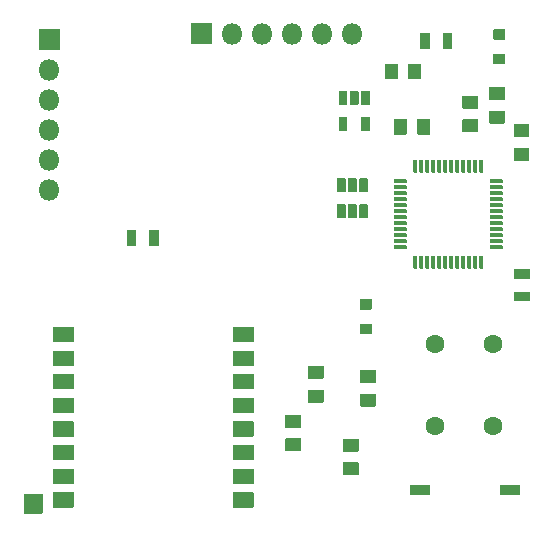
<source format=gbs>
G04 #@! TF.GenerationSoftware,KiCad,Pcbnew,5.1.7-a382d34a8~88~ubuntu18.04.1*
G04 #@! TF.CreationDate,2021-07-31T18:48:42+05:30*
G04 #@! TF.ProjectId,FrontEnd_HeavyDevice_v1,46726f6e-7445-46e6-945f-486561767944,rev?*
G04 #@! TF.SameCoordinates,Original*
G04 #@! TF.FileFunction,Soldermask,Bot*
G04 #@! TF.FilePolarity,Negative*
%FSLAX46Y46*%
G04 Gerber Fmt 4.6, Leading zero omitted, Abs format (unit mm)*
G04 Created by KiCad (PCBNEW 5.1.7-a382d34a8~88~ubuntu18.04.1) date 2021-07-31 18:48:42*
%MOMM*%
%LPD*%
G01*
G04 APERTURE LIST*
%ADD10O,1.800000X1.800000*%
%ADD11C,1.600000*%
G04 APERTURE END LIST*
D10*
X124240000Y-77890000D03*
X121700000Y-77890000D03*
X119160000Y-77890000D03*
X116620000Y-77890000D03*
X114080000Y-77890000D03*
G36*
G01*
X110690000Y-76990000D02*
X112390000Y-76990000D01*
G75*
G02*
X112440000Y-77040000I0J-50000D01*
G01*
X112440000Y-78740000D01*
G75*
G02*
X112390000Y-78790000I-50000J0D01*
G01*
X110690000Y-78790000D01*
G75*
G02*
X110640000Y-78740000I0J50000D01*
G01*
X110640000Y-77040000D01*
G75*
G02*
X110690000Y-76990000I50000J0D01*
G01*
G37*
G36*
G01*
X99523100Y-77549600D02*
X99523100Y-79249600D01*
G75*
G02*
X99473100Y-79299600I-50000J0D01*
G01*
X97773100Y-79299600D01*
G75*
G02*
X97723100Y-79249600I0J50000D01*
G01*
X97723100Y-77549600D01*
G75*
G02*
X97773100Y-77499600I50000J0D01*
G01*
X99473100Y-77499600D01*
G75*
G02*
X99523100Y-77549600I0J-50000D01*
G01*
G37*
X98623100Y-80939600D03*
X98623100Y-83479600D03*
X98623100Y-86019600D03*
X98623100Y-88559600D03*
X98623100Y-91099600D03*
G36*
G01*
X136964000Y-91043700D02*
X135964000Y-91043700D01*
G75*
G02*
X135914000Y-90993700I0J50000D01*
G01*
X135914000Y-90763700D01*
G75*
G02*
X135964000Y-90713700I50000J0D01*
G01*
X136964000Y-90713700D01*
G75*
G02*
X137014000Y-90763700I0J-50000D01*
G01*
X137014000Y-90993700D01*
G75*
G02*
X136964000Y-91043700I-50000J0D01*
G01*
G37*
G36*
G01*
X135309000Y-97778700D02*
X135079000Y-97778700D01*
G75*
G02*
X135029000Y-97728700I0J50000D01*
G01*
X135029000Y-96728700D01*
G75*
G02*
X135079000Y-96678700I50000J0D01*
G01*
X135309000Y-96678700D01*
G75*
G02*
X135359000Y-96728700I0J-50000D01*
G01*
X135359000Y-97728700D01*
G75*
G02*
X135309000Y-97778700I-50000J0D01*
G01*
G37*
G36*
G01*
X134801000Y-97778700D02*
X134571000Y-97778700D01*
G75*
G02*
X134521000Y-97728700I0J50000D01*
G01*
X134521000Y-96728700D01*
G75*
G02*
X134571000Y-96678700I50000J0D01*
G01*
X134801000Y-96678700D01*
G75*
G02*
X134851000Y-96728700I0J-50000D01*
G01*
X134851000Y-97728700D01*
G75*
G02*
X134801000Y-97778700I-50000J0D01*
G01*
G37*
G36*
G01*
X134293000Y-97778700D02*
X134063000Y-97778700D01*
G75*
G02*
X134013000Y-97728700I0J50000D01*
G01*
X134013000Y-96728700D01*
G75*
G02*
X134063000Y-96678700I50000J0D01*
G01*
X134293000Y-96678700D01*
G75*
G02*
X134343000Y-96728700I0J-50000D01*
G01*
X134343000Y-97728700D01*
G75*
G02*
X134293000Y-97778700I-50000J0D01*
G01*
G37*
G36*
G01*
X133785000Y-97778700D02*
X133555000Y-97778700D01*
G75*
G02*
X133505000Y-97728700I0J50000D01*
G01*
X133505000Y-96728700D01*
G75*
G02*
X133555000Y-96678700I50000J0D01*
G01*
X133785000Y-96678700D01*
G75*
G02*
X133835000Y-96728700I0J-50000D01*
G01*
X133835000Y-97728700D01*
G75*
G02*
X133785000Y-97778700I-50000J0D01*
G01*
G37*
G36*
G01*
X133277000Y-97778700D02*
X133047000Y-97778700D01*
G75*
G02*
X132997000Y-97728700I0J50000D01*
G01*
X132997000Y-96728700D01*
G75*
G02*
X133047000Y-96678700I50000J0D01*
G01*
X133277000Y-96678700D01*
G75*
G02*
X133327000Y-96728700I0J-50000D01*
G01*
X133327000Y-97728700D01*
G75*
G02*
X133277000Y-97778700I-50000J0D01*
G01*
G37*
G36*
G01*
X132769000Y-97778700D02*
X132539000Y-97778700D01*
G75*
G02*
X132489000Y-97728700I0J50000D01*
G01*
X132489000Y-96728700D01*
G75*
G02*
X132539000Y-96678700I50000J0D01*
G01*
X132769000Y-96678700D01*
G75*
G02*
X132819000Y-96728700I0J-50000D01*
G01*
X132819000Y-97728700D01*
G75*
G02*
X132769000Y-97778700I-50000J0D01*
G01*
G37*
G36*
G01*
X132261000Y-97778700D02*
X132031000Y-97778700D01*
G75*
G02*
X131981000Y-97728700I0J50000D01*
G01*
X131981000Y-96728700D01*
G75*
G02*
X132031000Y-96678700I50000J0D01*
G01*
X132261000Y-96678700D01*
G75*
G02*
X132311000Y-96728700I0J-50000D01*
G01*
X132311000Y-97728700D01*
G75*
G02*
X132261000Y-97778700I-50000J0D01*
G01*
G37*
G36*
G01*
X131753000Y-97778700D02*
X131523000Y-97778700D01*
G75*
G02*
X131473000Y-97728700I0J50000D01*
G01*
X131473000Y-96728700D01*
G75*
G02*
X131523000Y-96678700I50000J0D01*
G01*
X131753000Y-96678700D01*
G75*
G02*
X131803000Y-96728700I0J-50000D01*
G01*
X131803000Y-97728700D01*
G75*
G02*
X131753000Y-97778700I-50000J0D01*
G01*
G37*
G36*
G01*
X131245000Y-97778700D02*
X131015000Y-97778700D01*
G75*
G02*
X130965000Y-97728700I0J50000D01*
G01*
X130965000Y-96728700D01*
G75*
G02*
X131015000Y-96678700I50000J0D01*
G01*
X131245000Y-96678700D01*
G75*
G02*
X131295000Y-96728700I0J-50000D01*
G01*
X131295000Y-97728700D01*
G75*
G02*
X131245000Y-97778700I-50000J0D01*
G01*
G37*
G36*
G01*
X130737000Y-97778700D02*
X130507000Y-97778700D01*
G75*
G02*
X130457000Y-97728700I0J50000D01*
G01*
X130457000Y-96728700D01*
G75*
G02*
X130507000Y-96678700I50000J0D01*
G01*
X130737000Y-96678700D01*
G75*
G02*
X130787000Y-96728700I0J-50000D01*
G01*
X130787000Y-97728700D01*
G75*
G02*
X130737000Y-97778700I-50000J0D01*
G01*
G37*
G36*
G01*
X130229000Y-97778700D02*
X129999000Y-97778700D01*
G75*
G02*
X129949000Y-97728700I0J50000D01*
G01*
X129949000Y-96728700D01*
G75*
G02*
X129999000Y-96678700I50000J0D01*
G01*
X130229000Y-96678700D01*
G75*
G02*
X130279000Y-96728700I0J-50000D01*
G01*
X130279000Y-97728700D01*
G75*
G02*
X130229000Y-97778700I-50000J0D01*
G01*
G37*
G36*
G01*
X129721000Y-97778700D02*
X129491000Y-97778700D01*
G75*
G02*
X129441000Y-97728700I0J50000D01*
G01*
X129441000Y-96728700D01*
G75*
G02*
X129491000Y-96678700I50000J0D01*
G01*
X129721000Y-96678700D01*
G75*
G02*
X129771000Y-96728700I0J-50000D01*
G01*
X129771000Y-97728700D01*
G75*
G02*
X129721000Y-97778700I-50000J0D01*
G01*
G37*
G36*
G01*
X128836000Y-96123700D02*
X127836000Y-96123700D01*
G75*
G02*
X127786000Y-96073700I0J50000D01*
G01*
X127786000Y-95843700D01*
G75*
G02*
X127836000Y-95793700I50000J0D01*
G01*
X128836000Y-95793700D01*
G75*
G02*
X128886000Y-95843700I0J-50000D01*
G01*
X128886000Y-96073700D01*
G75*
G02*
X128836000Y-96123700I-50000J0D01*
G01*
G37*
G36*
G01*
X128836000Y-95615700D02*
X127836000Y-95615700D01*
G75*
G02*
X127786000Y-95565700I0J50000D01*
G01*
X127786000Y-95335700D01*
G75*
G02*
X127836000Y-95285700I50000J0D01*
G01*
X128836000Y-95285700D01*
G75*
G02*
X128886000Y-95335700I0J-50000D01*
G01*
X128886000Y-95565700D01*
G75*
G02*
X128836000Y-95615700I-50000J0D01*
G01*
G37*
G36*
G01*
X128836000Y-94599700D02*
X127836000Y-94599700D01*
G75*
G02*
X127786000Y-94549700I0J50000D01*
G01*
X127786000Y-94319700D01*
G75*
G02*
X127836000Y-94269700I50000J0D01*
G01*
X128836000Y-94269700D01*
G75*
G02*
X128886000Y-94319700I0J-50000D01*
G01*
X128886000Y-94549700D01*
G75*
G02*
X128836000Y-94599700I-50000J0D01*
G01*
G37*
G36*
G01*
X128836000Y-94091700D02*
X127836000Y-94091700D01*
G75*
G02*
X127786000Y-94041700I0J50000D01*
G01*
X127786000Y-93811700D01*
G75*
G02*
X127836000Y-93761700I50000J0D01*
G01*
X128836000Y-93761700D01*
G75*
G02*
X128886000Y-93811700I0J-50000D01*
G01*
X128886000Y-94041700D01*
G75*
G02*
X128836000Y-94091700I-50000J0D01*
G01*
G37*
G36*
G01*
X128836000Y-93583700D02*
X127836000Y-93583700D01*
G75*
G02*
X127786000Y-93533700I0J50000D01*
G01*
X127786000Y-93303700D01*
G75*
G02*
X127836000Y-93253700I50000J0D01*
G01*
X128836000Y-93253700D01*
G75*
G02*
X128886000Y-93303700I0J-50000D01*
G01*
X128886000Y-93533700D01*
G75*
G02*
X128836000Y-93583700I-50000J0D01*
G01*
G37*
G36*
G01*
X128836000Y-93075700D02*
X127836000Y-93075700D01*
G75*
G02*
X127786000Y-93025700I0J50000D01*
G01*
X127786000Y-92795700D01*
G75*
G02*
X127836000Y-92745700I50000J0D01*
G01*
X128836000Y-92745700D01*
G75*
G02*
X128886000Y-92795700I0J-50000D01*
G01*
X128886000Y-93025700D01*
G75*
G02*
X128836000Y-93075700I-50000J0D01*
G01*
G37*
G36*
G01*
X128836000Y-92567700D02*
X127836000Y-92567700D01*
G75*
G02*
X127786000Y-92517700I0J50000D01*
G01*
X127786000Y-92287700D01*
G75*
G02*
X127836000Y-92237700I50000J0D01*
G01*
X128836000Y-92237700D01*
G75*
G02*
X128886000Y-92287700I0J-50000D01*
G01*
X128886000Y-92517700D01*
G75*
G02*
X128836000Y-92567700I-50000J0D01*
G01*
G37*
G36*
G01*
X128836000Y-92059700D02*
X127836000Y-92059700D01*
G75*
G02*
X127786000Y-92009700I0J50000D01*
G01*
X127786000Y-91779700D01*
G75*
G02*
X127836000Y-91729700I50000J0D01*
G01*
X128836000Y-91729700D01*
G75*
G02*
X128886000Y-91779700I0J-50000D01*
G01*
X128886000Y-92009700D01*
G75*
G02*
X128836000Y-92059700I-50000J0D01*
G01*
G37*
G36*
G01*
X128836000Y-91551700D02*
X127836000Y-91551700D01*
G75*
G02*
X127786000Y-91501700I0J50000D01*
G01*
X127786000Y-91271700D01*
G75*
G02*
X127836000Y-91221700I50000J0D01*
G01*
X128836000Y-91221700D01*
G75*
G02*
X128886000Y-91271700I0J-50000D01*
G01*
X128886000Y-91501700D01*
G75*
G02*
X128836000Y-91551700I-50000J0D01*
G01*
G37*
G36*
G01*
X128836000Y-91043700D02*
X127836000Y-91043700D01*
G75*
G02*
X127786000Y-90993700I0J50000D01*
G01*
X127786000Y-90763700D01*
G75*
G02*
X127836000Y-90713700I50000J0D01*
G01*
X128836000Y-90713700D01*
G75*
G02*
X128886000Y-90763700I0J-50000D01*
G01*
X128886000Y-90993700D01*
G75*
G02*
X128836000Y-91043700I-50000J0D01*
G01*
G37*
G36*
G01*
X128836000Y-90535700D02*
X127836000Y-90535700D01*
G75*
G02*
X127786000Y-90485700I0J50000D01*
G01*
X127786000Y-90255700D01*
G75*
G02*
X127836000Y-90205700I50000J0D01*
G01*
X128836000Y-90205700D01*
G75*
G02*
X128886000Y-90255700I0J-50000D01*
G01*
X128886000Y-90485700D01*
G75*
G02*
X128836000Y-90535700I-50000J0D01*
G01*
G37*
G36*
G01*
X130229000Y-89650700D02*
X129999000Y-89650700D01*
G75*
G02*
X129949000Y-89600700I0J50000D01*
G01*
X129949000Y-88600700D01*
G75*
G02*
X129999000Y-88550700I50000J0D01*
G01*
X130229000Y-88550700D01*
G75*
G02*
X130279000Y-88600700I0J-50000D01*
G01*
X130279000Y-89600700D01*
G75*
G02*
X130229000Y-89650700I-50000J0D01*
G01*
G37*
G36*
G01*
X130737000Y-89650700D02*
X130507000Y-89650700D01*
G75*
G02*
X130457000Y-89600700I0J50000D01*
G01*
X130457000Y-88600700D01*
G75*
G02*
X130507000Y-88550700I50000J0D01*
G01*
X130737000Y-88550700D01*
G75*
G02*
X130787000Y-88600700I0J-50000D01*
G01*
X130787000Y-89600700D01*
G75*
G02*
X130737000Y-89650700I-50000J0D01*
G01*
G37*
G36*
G01*
X131245000Y-89650700D02*
X131015000Y-89650700D01*
G75*
G02*
X130965000Y-89600700I0J50000D01*
G01*
X130965000Y-88600700D01*
G75*
G02*
X131015000Y-88550700I50000J0D01*
G01*
X131245000Y-88550700D01*
G75*
G02*
X131295000Y-88600700I0J-50000D01*
G01*
X131295000Y-89600700D01*
G75*
G02*
X131245000Y-89650700I-50000J0D01*
G01*
G37*
G36*
G01*
X131753000Y-89650700D02*
X131523000Y-89650700D01*
G75*
G02*
X131473000Y-89600700I0J50000D01*
G01*
X131473000Y-88600700D01*
G75*
G02*
X131523000Y-88550700I50000J0D01*
G01*
X131753000Y-88550700D01*
G75*
G02*
X131803000Y-88600700I0J-50000D01*
G01*
X131803000Y-89600700D01*
G75*
G02*
X131753000Y-89650700I-50000J0D01*
G01*
G37*
G36*
G01*
X132261000Y-89650700D02*
X132031000Y-89650700D01*
G75*
G02*
X131981000Y-89600700I0J50000D01*
G01*
X131981000Y-88600700D01*
G75*
G02*
X132031000Y-88550700I50000J0D01*
G01*
X132261000Y-88550700D01*
G75*
G02*
X132311000Y-88600700I0J-50000D01*
G01*
X132311000Y-89600700D01*
G75*
G02*
X132261000Y-89650700I-50000J0D01*
G01*
G37*
G36*
G01*
X132769000Y-89650700D02*
X132539000Y-89650700D01*
G75*
G02*
X132489000Y-89600700I0J50000D01*
G01*
X132489000Y-88600700D01*
G75*
G02*
X132539000Y-88550700I50000J0D01*
G01*
X132769000Y-88550700D01*
G75*
G02*
X132819000Y-88600700I0J-50000D01*
G01*
X132819000Y-89600700D01*
G75*
G02*
X132769000Y-89650700I-50000J0D01*
G01*
G37*
G36*
G01*
X133277000Y-89650700D02*
X133047000Y-89650700D01*
G75*
G02*
X132997000Y-89600700I0J50000D01*
G01*
X132997000Y-88600700D01*
G75*
G02*
X133047000Y-88550700I50000J0D01*
G01*
X133277000Y-88550700D01*
G75*
G02*
X133327000Y-88600700I0J-50000D01*
G01*
X133327000Y-89600700D01*
G75*
G02*
X133277000Y-89650700I-50000J0D01*
G01*
G37*
G36*
G01*
X133785000Y-89650700D02*
X133555000Y-89650700D01*
G75*
G02*
X133505000Y-89600700I0J50000D01*
G01*
X133505000Y-88600700D01*
G75*
G02*
X133555000Y-88550700I50000J0D01*
G01*
X133785000Y-88550700D01*
G75*
G02*
X133835000Y-88600700I0J-50000D01*
G01*
X133835000Y-89600700D01*
G75*
G02*
X133785000Y-89650700I-50000J0D01*
G01*
G37*
G36*
G01*
X134293000Y-89650700D02*
X134063000Y-89650700D01*
G75*
G02*
X134013000Y-89600700I0J50000D01*
G01*
X134013000Y-88600700D01*
G75*
G02*
X134063000Y-88550700I50000J0D01*
G01*
X134293000Y-88550700D01*
G75*
G02*
X134343000Y-88600700I0J-50000D01*
G01*
X134343000Y-89600700D01*
G75*
G02*
X134293000Y-89650700I-50000J0D01*
G01*
G37*
G36*
G01*
X134801000Y-89650700D02*
X134571000Y-89650700D01*
G75*
G02*
X134521000Y-89600700I0J50000D01*
G01*
X134521000Y-88600700D01*
G75*
G02*
X134571000Y-88550700I50000J0D01*
G01*
X134801000Y-88550700D01*
G75*
G02*
X134851000Y-88600700I0J-50000D01*
G01*
X134851000Y-89600700D01*
G75*
G02*
X134801000Y-89650700I-50000J0D01*
G01*
G37*
G36*
G01*
X135309000Y-89650700D02*
X135079000Y-89650700D01*
G75*
G02*
X135029000Y-89600700I0J50000D01*
G01*
X135029000Y-88600700D01*
G75*
G02*
X135079000Y-88550700I50000J0D01*
G01*
X135309000Y-88550700D01*
G75*
G02*
X135359000Y-88600700I0J-50000D01*
G01*
X135359000Y-89600700D01*
G75*
G02*
X135309000Y-89650700I-50000J0D01*
G01*
G37*
G36*
G01*
X136964000Y-90535700D02*
X135964000Y-90535700D01*
G75*
G02*
X135914000Y-90485700I0J50000D01*
G01*
X135914000Y-90255700D01*
G75*
G02*
X135964000Y-90205700I50000J0D01*
G01*
X136964000Y-90205700D01*
G75*
G02*
X137014000Y-90255700I0J-50000D01*
G01*
X137014000Y-90485700D01*
G75*
G02*
X136964000Y-90535700I-50000J0D01*
G01*
G37*
G36*
G01*
X136964000Y-91551700D02*
X135964000Y-91551700D01*
G75*
G02*
X135914000Y-91501700I0J50000D01*
G01*
X135914000Y-91271700D01*
G75*
G02*
X135964000Y-91221700I50000J0D01*
G01*
X136964000Y-91221700D01*
G75*
G02*
X137014000Y-91271700I0J-50000D01*
G01*
X137014000Y-91501700D01*
G75*
G02*
X136964000Y-91551700I-50000J0D01*
G01*
G37*
G36*
G01*
X136964000Y-92059700D02*
X135964000Y-92059700D01*
G75*
G02*
X135914000Y-92009700I0J50000D01*
G01*
X135914000Y-91779700D01*
G75*
G02*
X135964000Y-91729700I50000J0D01*
G01*
X136964000Y-91729700D01*
G75*
G02*
X137014000Y-91779700I0J-50000D01*
G01*
X137014000Y-92009700D01*
G75*
G02*
X136964000Y-92059700I-50000J0D01*
G01*
G37*
G36*
G01*
X136964000Y-92567700D02*
X135964000Y-92567700D01*
G75*
G02*
X135914000Y-92517700I0J50000D01*
G01*
X135914000Y-92287700D01*
G75*
G02*
X135964000Y-92237700I50000J0D01*
G01*
X136964000Y-92237700D01*
G75*
G02*
X137014000Y-92287700I0J-50000D01*
G01*
X137014000Y-92517700D01*
G75*
G02*
X136964000Y-92567700I-50000J0D01*
G01*
G37*
G36*
G01*
X136964000Y-93075700D02*
X135964000Y-93075700D01*
G75*
G02*
X135914000Y-93025700I0J50000D01*
G01*
X135914000Y-92795700D01*
G75*
G02*
X135964000Y-92745700I50000J0D01*
G01*
X136964000Y-92745700D01*
G75*
G02*
X137014000Y-92795700I0J-50000D01*
G01*
X137014000Y-93025700D01*
G75*
G02*
X136964000Y-93075700I-50000J0D01*
G01*
G37*
G36*
G01*
X136964000Y-93583700D02*
X135964000Y-93583700D01*
G75*
G02*
X135914000Y-93533700I0J50000D01*
G01*
X135914000Y-93303700D01*
G75*
G02*
X135964000Y-93253700I50000J0D01*
G01*
X136964000Y-93253700D01*
G75*
G02*
X137014000Y-93303700I0J-50000D01*
G01*
X137014000Y-93533700D01*
G75*
G02*
X136964000Y-93583700I-50000J0D01*
G01*
G37*
G36*
G01*
X136964000Y-94091700D02*
X135964000Y-94091700D01*
G75*
G02*
X135914000Y-94041700I0J50000D01*
G01*
X135914000Y-93811700D01*
G75*
G02*
X135964000Y-93761700I50000J0D01*
G01*
X136964000Y-93761700D01*
G75*
G02*
X137014000Y-93811700I0J-50000D01*
G01*
X137014000Y-94041700D01*
G75*
G02*
X136964000Y-94091700I-50000J0D01*
G01*
G37*
G36*
G01*
X136964000Y-94599700D02*
X135964000Y-94599700D01*
G75*
G02*
X135914000Y-94549700I0J50000D01*
G01*
X135914000Y-94319700D01*
G75*
G02*
X135964000Y-94269700I50000J0D01*
G01*
X136964000Y-94269700D01*
G75*
G02*
X137014000Y-94319700I0J-50000D01*
G01*
X137014000Y-94549700D01*
G75*
G02*
X136964000Y-94599700I-50000J0D01*
G01*
G37*
G36*
G01*
X136964000Y-95107700D02*
X135964000Y-95107700D01*
G75*
G02*
X135914000Y-95057700I0J50000D01*
G01*
X135914000Y-94827700D01*
G75*
G02*
X135964000Y-94777700I50000J0D01*
G01*
X136964000Y-94777700D01*
G75*
G02*
X137014000Y-94827700I0J-50000D01*
G01*
X137014000Y-95057700D01*
G75*
G02*
X136964000Y-95107700I-50000J0D01*
G01*
G37*
G36*
G01*
X136964000Y-95615700D02*
X135964000Y-95615700D01*
G75*
G02*
X135914000Y-95565700I0J50000D01*
G01*
X135914000Y-95335700D01*
G75*
G02*
X135964000Y-95285700I50000J0D01*
G01*
X136964000Y-95285700D01*
G75*
G02*
X137014000Y-95335700I0J-50000D01*
G01*
X137014000Y-95565700D01*
G75*
G02*
X136964000Y-95615700I-50000J0D01*
G01*
G37*
G36*
G01*
X136964000Y-96123700D02*
X135964000Y-96123700D01*
G75*
G02*
X135914000Y-96073700I0J50000D01*
G01*
X135914000Y-95843700D01*
G75*
G02*
X135964000Y-95793700I50000J0D01*
G01*
X136964000Y-95793700D01*
G75*
G02*
X137014000Y-95843700I0J-50000D01*
G01*
X137014000Y-96073700D01*
G75*
G02*
X136964000Y-96123700I-50000J0D01*
G01*
G37*
G36*
G01*
X129721000Y-89650700D02*
X129491000Y-89650700D01*
G75*
G02*
X129441000Y-89600700I0J50000D01*
G01*
X129441000Y-88600700D01*
G75*
G02*
X129491000Y-88550700I50000J0D01*
G01*
X129721000Y-88550700D01*
G75*
G02*
X129771000Y-88600700I0J-50000D01*
G01*
X129771000Y-89600700D01*
G75*
G02*
X129721000Y-89650700I-50000J0D01*
G01*
G37*
G36*
G01*
X128836000Y-95107700D02*
X127836000Y-95107700D01*
G75*
G02*
X127786000Y-95057700I0J50000D01*
G01*
X127786000Y-94827700D01*
G75*
G02*
X127836000Y-94777700I50000J0D01*
G01*
X128836000Y-94777700D01*
G75*
G02*
X128886000Y-94827700I0J-50000D01*
G01*
X128886000Y-95057700D01*
G75*
G02*
X128836000Y-95107700I-50000J0D01*
G01*
G37*
G36*
G01*
X96475100Y-118466000D02*
X96475100Y-116942000D01*
G75*
G02*
X96525100Y-116892000I50000J0D01*
G01*
X98049100Y-116892000D01*
G75*
G02*
X98099100Y-116942000I0J-50000D01*
G01*
X98099100Y-118466000D01*
G75*
G02*
X98049100Y-118516000I-50000J0D01*
G01*
X96525100Y-118516000D01*
G75*
G02*
X96475100Y-118466000I0J50000D01*
G01*
G37*
G36*
G01*
X128138000Y-80462000D02*
X128138000Y-81712000D01*
G75*
G02*
X128088000Y-81762000I-50000J0D01*
G01*
X127088000Y-81762000D01*
G75*
G02*
X127038000Y-81712000I0J50000D01*
G01*
X127038000Y-80462000D01*
G75*
G02*
X127088000Y-80412000I50000J0D01*
G01*
X128088000Y-80412000D01*
G75*
G02*
X128138000Y-80462000I0J-50000D01*
G01*
G37*
G36*
G01*
X130138000Y-80462000D02*
X130138000Y-81712000D01*
G75*
G02*
X130088000Y-81762000I-50000J0D01*
G01*
X129088000Y-81762000D01*
G75*
G02*
X129038000Y-81712000I0J50000D01*
G01*
X129038000Y-80462000D01*
G75*
G02*
X129088000Y-80412000I50000J0D01*
G01*
X130088000Y-80412000D01*
G75*
G02*
X130138000Y-80462000I0J-50000D01*
G01*
G37*
G36*
G01*
X130897000Y-85125400D02*
X130897000Y-86375400D01*
G75*
G02*
X130847000Y-86425400I-50000J0D01*
G01*
X129847000Y-86425400D01*
G75*
G02*
X129797000Y-86375400I0J50000D01*
G01*
X129797000Y-85125400D01*
G75*
G02*
X129847000Y-85075400I50000J0D01*
G01*
X130847000Y-85075400D01*
G75*
G02*
X130897000Y-85125400I0J-50000D01*
G01*
G37*
G36*
G01*
X128897000Y-85125400D02*
X128897000Y-86375400D01*
G75*
G02*
X128847000Y-86425400I-50000J0D01*
G01*
X127847000Y-86425400D01*
G75*
G02*
X127797000Y-86375400I0J50000D01*
G01*
X127797000Y-85125400D01*
G75*
G02*
X127847000Y-85075400I50000J0D01*
G01*
X128847000Y-85075400D01*
G75*
G02*
X128897000Y-85125400I0J-50000D01*
G01*
G37*
G36*
G01*
X137988000Y-87564400D02*
X139238000Y-87564400D01*
G75*
G02*
X139288000Y-87614400I0J-50000D01*
G01*
X139288000Y-88614400D01*
G75*
G02*
X139238000Y-88664400I-50000J0D01*
G01*
X137988000Y-88664400D01*
G75*
G02*
X137938000Y-88614400I0J50000D01*
G01*
X137938000Y-87614400D01*
G75*
G02*
X137988000Y-87564400I50000J0D01*
G01*
G37*
G36*
G01*
X137988000Y-85564400D02*
X139238000Y-85564400D01*
G75*
G02*
X139288000Y-85614400I0J-50000D01*
G01*
X139288000Y-86614400D01*
G75*
G02*
X139238000Y-86664400I-50000J0D01*
G01*
X137988000Y-86664400D01*
G75*
G02*
X137938000Y-86614400I0J50000D01*
G01*
X137938000Y-85614400D01*
G75*
G02*
X137988000Y-85564400I50000J0D01*
G01*
G37*
G36*
G01*
X124778000Y-115291000D02*
X123528000Y-115291000D01*
G75*
G02*
X123478000Y-115241000I0J50000D01*
G01*
X123478000Y-114241000D01*
G75*
G02*
X123528000Y-114191000I50000J0D01*
G01*
X124778000Y-114191000D01*
G75*
G02*
X124828000Y-114241000I0J-50000D01*
G01*
X124828000Y-115241000D01*
G75*
G02*
X124778000Y-115291000I-50000J0D01*
G01*
G37*
G36*
G01*
X124778000Y-113291000D02*
X123528000Y-113291000D01*
G75*
G02*
X123478000Y-113241000I0J50000D01*
G01*
X123478000Y-112241000D01*
G75*
G02*
X123528000Y-112191000I50000J0D01*
G01*
X124778000Y-112191000D01*
G75*
G02*
X124828000Y-112241000I0J-50000D01*
G01*
X124828000Y-113241000D01*
G75*
G02*
X124778000Y-113291000I-50000J0D01*
G01*
G37*
G36*
G01*
X118641000Y-110149000D02*
X119891000Y-110149000D01*
G75*
G02*
X119941000Y-110199000I0J-50000D01*
G01*
X119941000Y-111199000D01*
G75*
G02*
X119891000Y-111249000I-50000J0D01*
G01*
X118641000Y-111249000D01*
G75*
G02*
X118591000Y-111199000I0J50000D01*
G01*
X118591000Y-110199000D01*
G75*
G02*
X118641000Y-110149000I50000J0D01*
G01*
G37*
G36*
G01*
X118641000Y-112149000D02*
X119891000Y-112149000D01*
G75*
G02*
X119941000Y-112199000I0J-50000D01*
G01*
X119941000Y-113199000D01*
G75*
G02*
X119891000Y-113249000I-50000J0D01*
G01*
X118641000Y-113249000D01*
G75*
G02*
X118591000Y-113199000I0J50000D01*
G01*
X118591000Y-112199000D01*
G75*
G02*
X118641000Y-112149000I50000J0D01*
G01*
G37*
G36*
G01*
X124986000Y-106354000D02*
X126236000Y-106354000D01*
G75*
G02*
X126286000Y-106404000I0J-50000D01*
G01*
X126286000Y-107404000D01*
G75*
G02*
X126236000Y-107454000I-50000J0D01*
G01*
X124986000Y-107454000D01*
G75*
G02*
X124936000Y-107404000I0J50000D01*
G01*
X124936000Y-106404000D01*
G75*
G02*
X124986000Y-106354000I50000J0D01*
G01*
G37*
G36*
G01*
X124986000Y-108354000D02*
X126236000Y-108354000D01*
G75*
G02*
X126286000Y-108404000I0J-50000D01*
G01*
X126286000Y-109404000D01*
G75*
G02*
X126236000Y-109454000I-50000J0D01*
G01*
X124986000Y-109454000D01*
G75*
G02*
X124936000Y-109404000I0J50000D01*
G01*
X124936000Y-108404000D01*
G75*
G02*
X124986000Y-108354000I50000J0D01*
G01*
G37*
G36*
G01*
X120551000Y-108014000D02*
X121801000Y-108014000D01*
G75*
G02*
X121851000Y-108064000I0J-50000D01*
G01*
X121851000Y-109064000D01*
G75*
G02*
X121801000Y-109114000I-50000J0D01*
G01*
X120551000Y-109114000D01*
G75*
G02*
X120501000Y-109064000I0J50000D01*
G01*
X120501000Y-108064000D01*
G75*
G02*
X120551000Y-108014000I50000J0D01*
G01*
G37*
G36*
G01*
X120551000Y-106014000D02*
X121801000Y-106014000D01*
G75*
G02*
X121851000Y-106064000I0J-50000D01*
G01*
X121851000Y-107064000D01*
G75*
G02*
X121801000Y-107114000I-50000J0D01*
G01*
X120551000Y-107114000D01*
G75*
G02*
X120501000Y-107064000I0J50000D01*
G01*
X120501000Y-106064000D01*
G75*
G02*
X120551000Y-106014000I50000J0D01*
G01*
G37*
G36*
G01*
X133665000Y-83131100D02*
X134915000Y-83131100D01*
G75*
G02*
X134965000Y-83181100I0J-50000D01*
G01*
X134965000Y-84181100D01*
G75*
G02*
X134915000Y-84231100I-50000J0D01*
G01*
X133665000Y-84231100D01*
G75*
G02*
X133615000Y-84181100I0J50000D01*
G01*
X133615000Y-83181100D01*
G75*
G02*
X133665000Y-83131100I50000J0D01*
G01*
G37*
G36*
G01*
X133665000Y-85131100D02*
X134915000Y-85131100D01*
G75*
G02*
X134965000Y-85181100I0J-50000D01*
G01*
X134965000Y-86181100D01*
G75*
G02*
X134915000Y-86231100I-50000J0D01*
G01*
X133665000Y-86231100D01*
G75*
G02*
X133615000Y-86181100I0J50000D01*
G01*
X133615000Y-85181100D01*
G75*
G02*
X133665000Y-85131100I50000J0D01*
G01*
G37*
G36*
G01*
X135913000Y-84393700D02*
X137163000Y-84393700D01*
G75*
G02*
X137213000Y-84443700I0J-50000D01*
G01*
X137213000Y-85443700D01*
G75*
G02*
X137163000Y-85493700I-50000J0D01*
G01*
X135913000Y-85493700D01*
G75*
G02*
X135863000Y-85443700I0J50000D01*
G01*
X135863000Y-84443700D01*
G75*
G02*
X135913000Y-84393700I50000J0D01*
G01*
G37*
G36*
G01*
X135913000Y-82393700D02*
X137163000Y-82393700D01*
G75*
G02*
X137213000Y-82443700I0J-50000D01*
G01*
X137213000Y-83443700D01*
G75*
G02*
X137163000Y-83493700I-50000J0D01*
G01*
X135913000Y-83493700D01*
G75*
G02*
X135863000Y-83443700I0J50000D01*
G01*
X135863000Y-82443700D01*
G75*
G02*
X135913000Y-82393700I50000J0D01*
G01*
G37*
G36*
G01*
X125880000Y-103351000D02*
X124980000Y-103351000D01*
G75*
G02*
X124930000Y-103301000I0J50000D01*
G01*
X124930000Y-102501000D01*
G75*
G02*
X124980000Y-102451000I50000J0D01*
G01*
X125880000Y-102451000D01*
G75*
G02*
X125930000Y-102501000I0J-50000D01*
G01*
X125930000Y-103301000D01*
G75*
G02*
X125880000Y-103351000I-50000J0D01*
G01*
G37*
G36*
G01*
X125880000Y-101251000D02*
X124980000Y-101251000D01*
G75*
G02*
X124930000Y-101201000I0J50000D01*
G01*
X124930000Y-100401000D01*
G75*
G02*
X124980000Y-100351000I50000J0D01*
G01*
X125880000Y-100351000D01*
G75*
G02*
X125930000Y-100401000I0J-50000D01*
G01*
X125930000Y-101201000D01*
G75*
G02*
X125880000Y-101251000I-50000J0D01*
G01*
G37*
G36*
G01*
X137188000Y-78386400D02*
X136288000Y-78386400D01*
G75*
G02*
X136238000Y-78336400I0J50000D01*
G01*
X136238000Y-77536400D01*
G75*
G02*
X136288000Y-77486400I50000J0D01*
G01*
X137188000Y-77486400D01*
G75*
G02*
X137238000Y-77536400I0J-50000D01*
G01*
X137238000Y-78336400D01*
G75*
G02*
X137188000Y-78386400I-50000J0D01*
G01*
G37*
G36*
G01*
X137188000Y-80486400D02*
X136288000Y-80486400D01*
G75*
G02*
X136238000Y-80436400I0J50000D01*
G01*
X136238000Y-79636400D01*
G75*
G02*
X136288000Y-79586400I50000J0D01*
G01*
X137188000Y-79586400D01*
G75*
G02*
X137238000Y-79636400I0J-50000D01*
G01*
X137238000Y-80436400D01*
G75*
G02*
X137188000Y-80486400I-50000J0D01*
G01*
G37*
G36*
G01*
X107906000Y-94518700D02*
X107906000Y-95818700D01*
G75*
G02*
X107856000Y-95868700I-50000J0D01*
G01*
X107156000Y-95868700D01*
G75*
G02*
X107106000Y-95818700I0J50000D01*
G01*
X107106000Y-94518700D01*
G75*
G02*
X107156000Y-94468700I50000J0D01*
G01*
X107856000Y-94468700D01*
G75*
G02*
X107906000Y-94518700I0J-50000D01*
G01*
G37*
G36*
G01*
X106006000Y-94518700D02*
X106006000Y-95818700D01*
G75*
G02*
X105956000Y-95868700I-50000J0D01*
G01*
X105256000Y-95868700D01*
G75*
G02*
X105206000Y-95818700I0J50000D01*
G01*
X105206000Y-94518700D01*
G75*
G02*
X105256000Y-94468700I50000J0D01*
G01*
X105956000Y-94468700D01*
G75*
G02*
X106006000Y-94518700I0J-50000D01*
G01*
G37*
G36*
G01*
X138021000Y-99731900D02*
X139321000Y-99731900D01*
G75*
G02*
X139371000Y-99781900I0J-50000D01*
G01*
X139371000Y-100481900D01*
G75*
G02*
X139321000Y-100531900I-50000J0D01*
G01*
X138021000Y-100531900D01*
G75*
G02*
X137971000Y-100481900I0J50000D01*
G01*
X137971000Y-99781900D01*
G75*
G02*
X138021000Y-99731900I50000J0D01*
G01*
G37*
G36*
G01*
X138021000Y-97831900D02*
X139321000Y-97831900D01*
G75*
G02*
X139371000Y-97881900I0J-50000D01*
G01*
X139371000Y-98581900D01*
G75*
G02*
X139321000Y-98631900I-50000J0D01*
G01*
X138021000Y-98631900D01*
G75*
G02*
X137971000Y-98581900I0J50000D01*
G01*
X137971000Y-97881900D01*
G75*
G02*
X138021000Y-97831900I50000J0D01*
G01*
G37*
G36*
G01*
X130824000Y-77866500D02*
X130824000Y-79166500D01*
G75*
G02*
X130774000Y-79216500I-50000J0D01*
G01*
X130074000Y-79216500D01*
G75*
G02*
X130024000Y-79166500I0J50000D01*
G01*
X130024000Y-77866500D01*
G75*
G02*
X130074000Y-77816500I50000J0D01*
G01*
X130774000Y-77816500D01*
G75*
G02*
X130824000Y-77866500I0J-50000D01*
G01*
G37*
G36*
G01*
X132724000Y-77866500D02*
X132724000Y-79166500D01*
G75*
G02*
X132674000Y-79216500I-50000J0D01*
G01*
X131974000Y-79216500D01*
G75*
G02*
X131924000Y-79166500I0J50000D01*
G01*
X131924000Y-77866500D01*
G75*
G02*
X131974000Y-77816500I50000J0D01*
G01*
X132674000Y-77816500D01*
G75*
G02*
X132724000Y-77866500I0J-50000D01*
G01*
G37*
G36*
G01*
X136795000Y-116915000D02*
X136795000Y-116155000D01*
G75*
G02*
X136845000Y-116105000I50000J0D01*
G01*
X138445000Y-116105000D01*
G75*
G02*
X138495000Y-116155000I0J-50000D01*
G01*
X138495000Y-116915000D01*
G75*
G02*
X138445000Y-116965000I-50000J0D01*
G01*
X136845000Y-116965000D01*
G75*
G02*
X136795000Y-116915000I0J50000D01*
G01*
G37*
G36*
G01*
X129175000Y-116915000D02*
X129175000Y-116155000D01*
G75*
G02*
X129225000Y-116105000I50000J0D01*
G01*
X130825000Y-116105000D01*
G75*
G02*
X130875000Y-116155000I0J-50000D01*
G01*
X130875000Y-116915000D01*
G75*
G02*
X130825000Y-116965000I-50000J0D01*
G01*
X129225000Y-116965000D01*
G75*
G02*
X129175000Y-116915000I0J50000D01*
G01*
G37*
G36*
G01*
X123175000Y-84954700D02*
X123825000Y-84954700D01*
G75*
G02*
X123875000Y-85004700I0J-50000D01*
G01*
X123875000Y-86064700D01*
G75*
G02*
X123825000Y-86114700I-50000J0D01*
G01*
X123175000Y-86114700D01*
G75*
G02*
X123125000Y-86064700I0J50000D01*
G01*
X123125000Y-85004700D01*
G75*
G02*
X123175000Y-84954700I50000J0D01*
G01*
G37*
G36*
G01*
X125075000Y-84954700D02*
X125725000Y-84954700D01*
G75*
G02*
X125775000Y-85004700I0J-50000D01*
G01*
X125775000Y-86064700D01*
G75*
G02*
X125725000Y-86114700I-50000J0D01*
G01*
X125075000Y-86114700D01*
G75*
G02*
X125025000Y-86064700I0J50000D01*
G01*
X125025000Y-85004700D01*
G75*
G02*
X125075000Y-84954700I50000J0D01*
G01*
G37*
G36*
G01*
X125075000Y-82754700D02*
X125725000Y-82754700D01*
G75*
G02*
X125775000Y-82804700I0J-50000D01*
G01*
X125775000Y-83864700D01*
G75*
G02*
X125725000Y-83914700I-50000J0D01*
G01*
X125075000Y-83914700D01*
G75*
G02*
X125025000Y-83864700I0J50000D01*
G01*
X125025000Y-82804700D01*
G75*
G02*
X125075000Y-82754700I50000J0D01*
G01*
G37*
G36*
G01*
X124125000Y-82754700D02*
X124775000Y-82754700D01*
G75*
G02*
X124825000Y-82804700I0J-50000D01*
G01*
X124825000Y-83864700D01*
G75*
G02*
X124775000Y-83914700I-50000J0D01*
G01*
X124125000Y-83914700D01*
G75*
G02*
X124075000Y-83864700I0J50000D01*
G01*
X124075000Y-82804700D01*
G75*
G02*
X124125000Y-82754700I50000J0D01*
G01*
G37*
G36*
G01*
X123175000Y-82754700D02*
X123825000Y-82754700D01*
G75*
G02*
X123875000Y-82804700I0J-50000D01*
G01*
X123875000Y-83864700D01*
G75*
G02*
X123825000Y-83914700I-50000J0D01*
G01*
X123175000Y-83914700D01*
G75*
G02*
X123125000Y-83864700I0J50000D01*
G01*
X123125000Y-82804700D01*
G75*
G02*
X123175000Y-82754700I50000J0D01*
G01*
G37*
G36*
G01*
X98914000Y-117960000D02*
X98914000Y-116760000D01*
G75*
G02*
X98964000Y-116710000I50000J0D01*
G01*
X100664000Y-116710000D01*
G75*
G02*
X100714000Y-116760000I0J-50000D01*
G01*
X100714000Y-117960000D01*
G75*
G02*
X100664000Y-118010000I-50000J0D01*
G01*
X98964000Y-118010000D01*
G75*
G02*
X98914000Y-117960000I0J50000D01*
G01*
G37*
G36*
G01*
X98914000Y-115960000D02*
X98914000Y-114760000D01*
G75*
G02*
X98964000Y-114710000I50000J0D01*
G01*
X100664000Y-114710000D01*
G75*
G02*
X100714000Y-114760000I0J-50000D01*
G01*
X100714000Y-115960000D01*
G75*
G02*
X100664000Y-116010000I-50000J0D01*
G01*
X98964000Y-116010000D01*
G75*
G02*
X98914000Y-115960000I0J50000D01*
G01*
G37*
G36*
G01*
X98914000Y-113960000D02*
X98914000Y-112760000D01*
G75*
G02*
X98964000Y-112710000I50000J0D01*
G01*
X100664000Y-112710000D01*
G75*
G02*
X100714000Y-112760000I0J-50000D01*
G01*
X100714000Y-113960000D01*
G75*
G02*
X100664000Y-114010000I-50000J0D01*
G01*
X98964000Y-114010000D01*
G75*
G02*
X98914000Y-113960000I0J50000D01*
G01*
G37*
G36*
G01*
X98914000Y-111960000D02*
X98914000Y-110760000D01*
G75*
G02*
X98964000Y-110710000I50000J0D01*
G01*
X100664000Y-110710000D01*
G75*
G02*
X100714000Y-110760000I0J-50000D01*
G01*
X100714000Y-111960000D01*
G75*
G02*
X100664000Y-112010000I-50000J0D01*
G01*
X98964000Y-112010000D01*
G75*
G02*
X98914000Y-111960000I0J50000D01*
G01*
G37*
G36*
G01*
X98914000Y-109960000D02*
X98914000Y-108760000D01*
G75*
G02*
X98964000Y-108710000I50000J0D01*
G01*
X100664000Y-108710000D01*
G75*
G02*
X100714000Y-108760000I0J-50000D01*
G01*
X100714000Y-109960000D01*
G75*
G02*
X100664000Y-110010000I-50000J0D01*
G01*
X98964000Y-110010000D01*
G75*
G02*
X98914000Y-109960000I0J50000D01*
G01*
G37*
G36*
G01*
X98914000Y-107960000D02*
X98914000Y-106760000D01*
G75*
G02*
X98964000Y-106710000I50000J0D01*
G01*
X100664000Y-106710000D01*
G75*
G02*
X100714000Y-106760000I0J-50000D01*
G01*
X100714000Y-107960000D01*
G75*
G02*
X100664000Y-108010000I-50000J0D01*
G01*
X98964000Y-108010000D01*
G75*
G02*
X98914000Y-107960000I0J50000D01*
G01*
G37*
G36*
G01*
X98914000Y-105960000D02*
X98914000Y-104760000D01*
G75*
G02*
X98964000Y-104710000I50000J0D01*
G01*
X100664000Y-104710000D01*
G75*
G02*
X100714000Y-104760000I0J-50000D01*
G01*
X100714000Y-105960000D01*
G75*
G02*
X100664000Y-106010000I-50000J0D01*
G01*
X98964000Y-106010000D01*
G75*
G02*
X98914000Y-105960000I0J50000D01*
G01*
G37*
G36*
G01*
X98914000Y-103960000D02*
X98914000Y-102760000D01*
G75*
G02*
X98964000Y-102710000I50000J0D01*
G01*
X100664000Y-102710000D01*
G75*
G02*
X100714000Y-102760000I0J-50000D01*
G01*
X100714000Y-103960000D01*
G75*
G02*
X100664000Y-104010000I-50000J0D01*
G01*
X98964000Y-104010000D01*
G75*
G02*
X98914000Y-103960000I0J50000D01*
G01*
G37*
G36*
G01*
X114144000Y-103960000D02*
X114144000Y-102760000D01*
G75*
G02*
X114194000Y-102710000I50000J0D01*
G01*
X115894000Y-102710000D01*
G75*
G02*
X115944000Y-102760000I0J-50000D01*
G01*
X115944000Y-103960000D01*
G75*
G02*
X115894000Y-104010000I-50000J0D01*
G01*
X114194000Y-104010000D01*
G75*
G02*
X114144000Y-103960000I0J50000D01*
G01*
G37*
G36*
G01*
X114144000Y-105960000D02*
X114144000Y-104760000D01*
G75*
G02*
X114194000Y-104710000I50000J0D01*
G01*
X115894000Y-104710000D01*
G75*
G02*
X115944000Y-104760000I0J-50000D01*
G01*
X115944000Y-105960000D01*
G75*
G02*
X115894000Y-106010000I-50000J0D01*
G01*
X114194000Y-106010000D01*
G75*
G02*
X114144000Y-105960000I0J50000D01*
G01*
G37*
G36*
G01*
X114144000Y-107960000D02*
X114144000Y-106760000D01*
G75*
G02*
X114194000Y-106710000I50000J0D01*
G01*
X115894000Y-106710000D01*
G75*
G02*
X115944000Y-106760000I0J-50000D01*
G01*
X115944000Y-107960000D01*
G75*
G02*
X115894000Y-108010000I-50000J0D01*
G01*
X114194000Y-108010000D01*
G75*
G02*
X114144000Y-107960000I0J50000D01*
G01*
G37*
G36*
G01*
X114144000Y-109960000D02*
X114144000Y-108760000D01*
G75*
G02*
X114194000Y-108710000I50000J0D01*
G01*
X115894000Y-108710000D01*
G75*
G02*
X115944000Y-108760000I0J-50000D01*
G01*
X115944000Y-109960000D01*
G75*
G02*
X115894000Y-110010000I-50000J0D01*
G01*
X114194000Y-110010000D01*
G75*
G02*
X114144000Y-109960000I0J50000D01*
G01*
G37*
G36*
G01*
X114144000Y-111960000D02*
X114144000Y-110760000D01*
G75*
G02*
X114194000Y-110710000I50000J0D01*
G01*
X115894000Y-110710000D01*
G75*
G02*
X115944000Y-110760000I0J-50000D01*
G01*
X115944000Y-111960000D01*
G75*
G02*
X115894000Y-112010000I-50000J0D01*
G01*
X114194000Y-112010000D01*
G75*
G02*
X114144000Y-111960000I0J50000D01*
G01*
G37*
G36*
G01*
X114144000Y-113960000D02*
X114144000Y-112760000D01*
G75*
G02*
X114194000Y-112710000I50000J0D01*
G01*
X115894000Y-112710000D01*
G75*
G02*
X115944000Y-112760000I0J-50000D01*
G01*
X115944000Y-113960000D01*
G75*
G02*
X115894000Y-114010000I-50000J0D01*
G01*
X114194000Y-114010000D01*
G75*
G02*
X114144000Y-113960000I0J50000D01*
G01*
G37*
G36*
G01*
X114144000Y-115960000D02*
X114144000Y-114760000D01*
G75*
G02*
X114194000Y-114710000I50000J0D01*
G01*
X115894000Y-114710000D01*
G75*
G02*
X115944000Y-114760000I0J-50000D01*
G01*
X115944000Y-115960000D01*
G75*
G02*
X115894000Y-116010000I-50000J0D01*
G01*
X114194000Y-116010000D01*
G75*
G02*
X114144000Y-115960000I0J50000D01*
G01*
G37*
G36*
G01*
X114144000Y-117960000D02*
X114144000Y-116760000D01*
G75*
G02*
X114194000Y-116710000I50000J0D01*
G01*
X115894000Y-116710000D01*
G75*
G02*
X115944000Y-116760000I0J-50000D01*
G01*
X115944000Y-117960000D01*
G75*
G02*
X115894000Y-118010000I-50000J0D01*
G01*
X114194000Y-118010000D01*
G75*
G02*
X114144000Y-117960000I0J50000D01*
G01*
G37*
G36*
G01*
X125560000Y-93498500D02*
X124910000Y-93498500D01*
G75*
G02*
X124860000Y-93448500I0J50000D01*
G01*
X124860000Y-92388500D01*
G75*
G02*
X124910000Y-92338500I50000J0D01*
G01*
X125560000Y-92338500D01*
G75*
G02*
X125610000Y-92388500I0J-50000D01*
G01*
X125610000Y-93448500D01*
G75*
G02*
X125560000Y-93498500I-50000J0D01*
G01*
G37*
G36*
G01*
X124610000Y-93498500D02*
X123960000Y-93498500D01*
G75*
G02*
X123910000Y-93448500I0J50000D01*
G01*
X123910000Y-92388500D01*
G75*
G02*
X123960000Y-92338500I50000J0D01*
G01*
X124610000Y-92338500D01*
G75*
G02*
X124660000Y-92388500I0J-50000D01*
G01*
X124660000Y-93448500D01*
G75*
G02*
X124610000Y-93498500I-50000J0D01*
G01*
G37*
G36*
G01*
X123660000Y-93498500D02*
X123010000Y-93498500D01*
G75*
G02*
X122960000Y-93448500I0J50000D01*
G01*
X122960000Y-92388500D01*
G75*
G02*
X123010000Y-92338500I50000J0D01*
G01*
X123660000Y-92338500D01*
G75*
G02*
X123710000Y-92388500I0J-50000D01*
G01*
X123710000Y-93448500D01*
G75*
G02*
X123660000Y-93498500I-50000J0D01*
G01*
G37*
G36*
G01*
X123660000Y-91298500D02*
X123010000Y-91298500D01*
G75*
G02*
X122960000Y-91248500I0J50000D01*
G01*
X122960000Y-90188500D01*
G75*
G02*
X123010000Y-90138500I50000J0D01*
G01*
X123660000Y-90138500D01*
G75*
G02*
X123710000Y-90188500I0J-50000D01*
G01*
X123710000Y-91248500D01*
G75*
G02*
X123660000Y-91298500I-50000J0D01*
G01*
G37*
G36*
G01*
X125560000Y-91298500D02*
X124910000Y-91298500D01*
G75*
G02*
X124860000Y-91248500I0J50000D01*
G01*
X124860000Y-90188500D01*
G75*
G02*
X124910000Y-90138500I50000J0D01*
G01*
X125560000Y-90138500D01*
G75*
G02*
X125610000Y-90188500I0J-50000D01*
G01*
X125610000Y-91248500D01*
G75*
G02*
X125560000Y-91298500I-50000J0D01*
G01*
G37*
G36*
G01*
X124610000Y-91298500D02*
X123960000Y-91298500D01*
G75*
G02*
X123910000Y-91248500I0J50000D01*
G01*
X123910000Y-90188500D01*
G75*
G02*
X123960000Y-90138500I50000J0D01*
G01*
X124610000Y-90138500D01*
G75*
G02*
X124660000Y-90188500I0J-50000D01*
G01*
X124660000Y-91248500D01*
G75*
G02*
X124610000Y-91298500I-50000J0D01*
G01*
G37*
D11*
X136177000Y-111097000D03*
X131297000Y-111097000D03*
X131282000Y-104140000D03*
X136162000Y-104140000D03*
M02*

</source>
